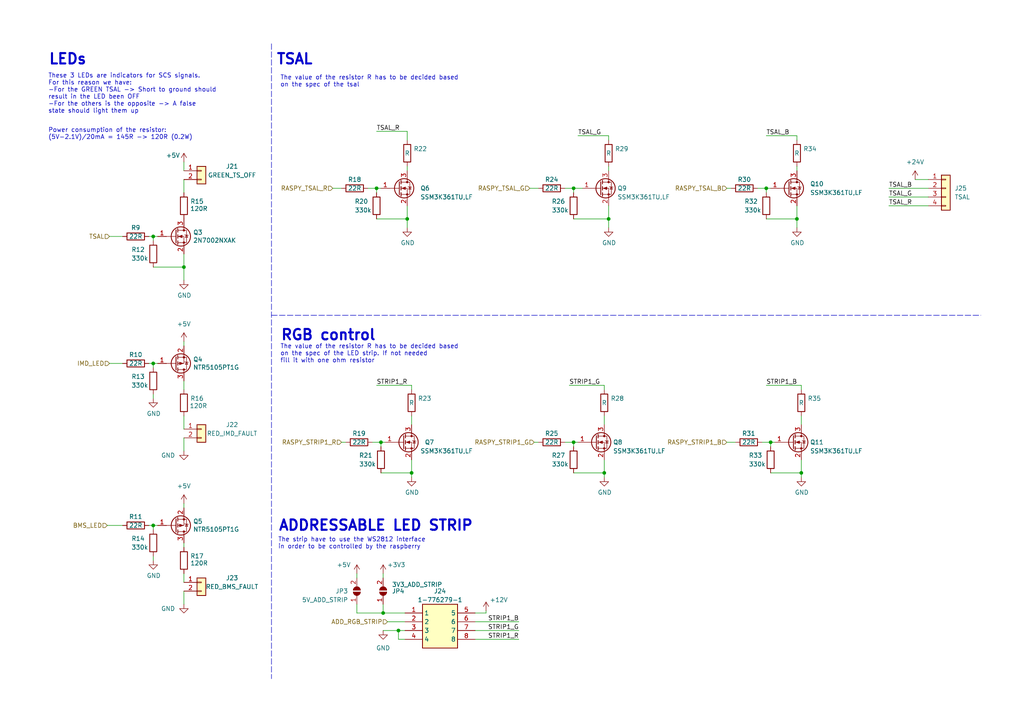
<source format=kicad_sch>
(kicad_sch (version 20211123) (generator eeschema)
  (paper "A4")
  (lib_symbols
    (symbol "00_proj-lib:1-776279-1"
      (property "Value" "1-776279-1" (at 9.525 3.81 0))
      (property "Reference_1" "J" (at 6.35 6.985 0))
      (property "Value_1" "1-776279-1" (at 3.175 5.08 0))
      (symbol "1-776279-1_1_1"
        (rectangle (start 5.08 2.54) (end 15.24 -10.16) (stroke (width 0.254)) (fill (type background)))
        (pin passive line (at 0 0 0) (length 5.08) (name "1") (number "1"))
        (pin passive line (at 0 -2.54 0) (length 5.08) (name "2") (number "2"))
        (pin passive line (at 0 -5.08 0) (length 5.08) (name "3") (number "3"))
        (pin passive line (at 0 -7.62 0) (length 5.08) (name "4") (number "4"))
        (pin passive line (at 20.32 0 180) (length 5.08) (name "5") (number "5"))
        (pin passive line (at 20.32 -2.54 180) (length 5.08) (name "6") (number "6"))
        (pin passive line (at 20.32 -5.08 180) (length 5.08) (name "7") (number "7"))
        (pin passive line (at 20.32 -7.62 180) (length 5.08) (name "8") (number "8"))
      )
    )
    (symbol "Connector_Generic:Conn_01x02" (pin_names (offset 1.016) hide)
      (property "Reference" "J" (at 0 2.54 0))
      (property "Value" "Conn_01x02" (at 0 -5.08 0))
      (symbol "Conn_01x02_1_1"
        (rectangle (start -1.27 -2.413) (end 0 -2.667) (stroke (width 0.1524)))
        (rectangle (start -1.27 0.127) (end 0 -0.127) (stroke (width 0.1524)))
        (rectangle (start -1.27 1.27) (end 1.27 -3.81) (stroke (width 0.254)) (fill (type background)))
        (pin passive line (at -5.08 0 0) (length 3.81) (name "Pin_1") (number "1"))
        (pin passive line (at -5.08 -2.54 0) (length 3.81) (name "Pin_2") (number "2"))
      )
    )
    (symbol "Connector_Generic:Conn_01x04" (pin_names (offset 1.016) hide)
      (property "Reference" "J" (at 0 5.08 0))
      (property "Value" "Conn_01x04" (at 0 -7.62 0))
      (symbol "Conn_01x04_1_1"
        (rectangle (start -1.27 -4.953) (end 0 -5.207) (stroke (width 0.1524)))
        (rectangle (start -1.27 -2.413) (end 0 -2.667) (stroke (width 0.1524)))
        (rectangle (start -1.27 0.127) (end 0 -0.127) (stroke (width 0.1524)))
        (rectangle (start -1.27 2.667) (end 0 2.413) (stroke (width 0.1524)))
        (rectangle (start -1.27 3.81) (end 1.27 -6.35) (stroke (width 0.254)) (fill (type background)))
        (pin passive line (at -5.08 2.54 0) (length 3.81) (name "Pin_1") (number "1"))
        (pin passive line (at -5.08 0 0) (length 3.81) (name "Pin_2") (number "2"))
        (pin passive line (at -5.08 -2.54 0) (length 3.81) (name "Pin_3") (number "3"))
        (pin passive line (at -5.08 -5.08 0) (length 3.81) (name "Pin_4") (number "4"))
      )
    )
    (symbol "Device:Q_NMOS_GSD" (pin_names (offset 0) hide)
      (property "Reference" "Q" (at 5.08 1.27 0))
      (property "Value" "Q_NMOS_GSD" (at 5.08 -1.27 0))
      (symbol "Q_NMOS_GSD_0_1"
        (polyline (pts (xy 0.254 0) (xy -2.54 0)))
        (polyline (pts (xy 0.254 1.905) (xy 0.254 -1.905)) (stroke (width 0.254)))
        (polyline (pts (xy 0.762 -1.27) (xy 0.762 -2.286)) (stroke (width 0.254)))
        (polyline (pts (xy 0.762 0.508) (xy 0.762 -0.508)) (stroke (width 0.254)))
        (polyline (pts (xy 0.762 2.286) (xy 0.762 1.27)) (stroke (width 0.254)))
        (polyline (pts (xy 2.54 2.54) (xy 2.54 1.778)))
        (polyline (pts (xy 2.54 -2.54) (xy 2.54 0) (xy 0.762 0)))
        (polyline (pts (xy 0.762 -1.778) (xy 3.302 -1.778) (xy 3.302 1.778) (xy 0.762 1.778)))
        (polyline (pts (xy 1.016 0) (xy 2.032 0.381) (xy 2.032 -0.381) (xy 1.016 0)) (fill (type outline)))
        (polyline (pts (xy 2.794 0.508) (xy 2.921 0.381) (xy 3.683 0.381) (xy 3.81 0.254)))
        (polyline (pts (xy 3.302 0.381) (xy 2.921 -0.254) (xy 3.683 -0.254) (xy 3.302 0.381)))
        (circle (center 1.651 0) (radius 2.794) (stroke (width 0.254)))
        (circle (center 2.54 -1.778) (radius 0.254) (fill (type outline)))
        (circle (center 2.54 1.778) (radius 0.254) (fill (type outline)))
      )
      (symbol "Q_NMOS_GSD_1_1"
        (pin input line (at -5.08 0 0) (length 2.54) (name "G") (number "1"))
        (pin passive line (at 2.54 -5.08 90) (length 2.54) (name "S") (number "2"))
        (pin passive line (at 2.54 5.08 270) (length 2.54) (name "D") (number "3"))
      )
    )
    (symbol "Device:Q_PMOS_GSD" (pin_names (offset 0) hide)
      (property "Reference" "Q" (at 5.08 1.27 0))
      (property "Value" "Q_PMOS_GSD" (at 5.08 -1.27 0))
      (symbol "Q_PMOS_GSD_0_1"
        (polyline (pts (xy 0.254 0) (xy -2.54 0)))
        (polyline (pts (xy 0.254 1.905) (xy 0.254 -1.905)) (stroke (width 0.254)))
        (polyline (pts (xy 0.762 -1.27) (xy 0.762 -2.286)) (stroke (width 0.254)))
        (polyline (pts (xy 0.762 0.508) (xy 0.762 -0.508)) (stroke (width 0.254)))
        (polyline (pts (xy 0.762 2.286) (xy 0.762 1.27)) (stroke (width 0.254)))
        (polyline (pts (xy 2.54 2.54) (xy 2.54 1.778)))
        (polyline (pts (xy 2.54 -2.54) (xy 2.54 0) (xy 0.762 0)))
        (polyline (pts (xy 0.762 1.778) (xy 3.302 1.778) (xy 3.302 -1.778) (xy 0.762 -1.778)))
        (polyline (pts (xy 2.286 0) (xy 1.27 0.381) (xy 1.27 -0.381) (xy 2.286 0)) (fill (type outline)))
        (polyline (pts (xy 2.794 -0.508) (xy 2.921 -0.381) (xy 3.683 -0.381) (xy 3.81 -0.254)))
        (polyline (pts (xy 3.302 -0.381) (xy 2.921 0.254) (xy 3.683 0.254) (xy 3.302 -0.381)))
        (circle (center 1.651 0) (radius 2.794) (stroke (width 0.254)))
        (circle (center 2.54 -1.778) (radius 0.254) (fill (type outline)))
        (circle (center 2.54 1.778) (radius 0.254) (fill (type outline)))
      )
      (symbol "Q_PMOS_GSD_1_1"
        (pin input line (at -5.08 0 0) (length 2.54) (name "G") (number "1"))
        (pin passive line (at 2.54 -5.08 90) (length 2.54) (name "S") (number "2"))
        (pin passive line (at 2.54 5.08 270) (length 2.54) (name "D") (number "3"))
      )
    )
    (symbol "Device:R" (pin_numbers hide) (pin_names (offset 0))
      (property "Reference" "R" (at 2.032 0 90))
      (property "Value" "R" (at 0 0 90))
      (symbol "R_0_1"
        (rectangle (start -1.016 -2.54) (end 1.016 2.54) (stroke (width 0.254)))
      )
      (symbol "R_1_1"
        (pin passive line (at 0 3.81 270) (length 1.27) (name "~") (number "1"))
        (pin passive line (at 0 -3.81 90) (length 1.27) (name "~") (number "2"))
      )
    )
    (symbol "Jumper:SolderJumper_2_Open" (pin_names (offset 0) hide)
      (property "Reference" "JP" (at 0 2.032 0))
      (property "Value" "SolderJumper_2_Open" (at 0 -2.54 0))
      (symbol "SolderJumper_2_Open_0_1"
        (arc (start -0.254 1.016) (mid -1.27 0) (end -0.254 -1.016))
        (arc (start -0.254 1.016) (mid -1.27 0) (end -0.254 -1.016) (fill (type outline)))
        (polyline (pts (xy -0.254 1.016) (xy -0.254 -1.016)))
        (polyline (pts (xy 0.254 1.016) (xy 0.254 -1.016)))
        (arc (start 0.254 -1.016) (mid 1.27 0) (end 0.254 1.016))
        (arc (start 0.254 -1.016) (mid 1.27 0) (end 0.254 1.016) (fill (type outline)))
      )
      (symbol "SolderJumper_2_Open_1_1"
        (pin passive line (at -3.81 0 0) (length 2.54) (name "A") (number "1"))
        (pin passive line (at 3.81 0 180) (length 2.54) (name "B") (number "2"))
      )
    )
    (symbol "power:+12V" (power) (pin_names (offset 0))
      (property "Value" "+12V" (at 0 3.556 0))
      (symbol "+12V_0_1"
        (polyline (pts (xy -0.762 1.27) (xy 0 2.54)))
        (polyline (pts (xy 0 0) (xy 0 2.54)))
        (polyline (pts (xy 0 2.54) (xy 0.762 1.27)))
      )
      (symbol "+12V_1_1"
        (pin power_in line (at 0 0 90) (length 0) hide (name "+12V") (number "1"))
      )
    )
    (symbol "power:+24V" (power) (pin_names (offset 0))
      (property "Value" "+24V" (at 0 3.556 0))
      (symbol "+24V_0_1"
        (polyline (pts (xy -0.762 1.27) (xy 0 2.54)))
        (polyline (pts (xy 0 0) (xy 0 2.54)))
        (polyline (pts (xy 0 2.54) (xy 0.762 1.27)))
      )
      (symbol "+24V_1_1"
        (pin power_in line (at 0 0 90) (length 0) hide (name "+24V") (number "1"))
      )
    )
    (symbol "power:+3V3" (power) (pin_names (offset 0))
      (property "Value" "+3V3" (at 0 3.556 0))
      (symbol "+3V3_0_1"
        (polyline (pts (xy -0.762 1.27) (xy 0 2.54)))
        (polyline (pts (xy 0 0) (xy 0 2.54)))
        (polyline (pts (xy 0 2.54) (xy 0.762 1.27)))
      )
      (symbol "+3V3_1_1"
        (pin power_in line (at 0 0 90) (length 0) hide (name "+3V3") (number "1"))
      )
    )
    (symbol "power:+5V" (power) (pin_names (offset 0))
      (property "Value" "+5V" (at 0 3.556 0))
      (symbol "+5V_0_1"
        (polyline (pts (xy -0.762 1.27) (xy 0 2.54)))
        (polyline (pts (xy 0 0) (xy 0 2.54)))
        (polyline (pts (xy 0 2.54) (xy 0.762 1.27)))
      )
      (symbol "+5V_1_1"
        (pin power_in line (at 0 0 90) (length 0) hide (name "+5V") (number "1"))
      )
    )
    (symbol "power:GND" (power) (pin_names (offset 0))
      (property "Value" "GND" (at 0 -3.81 0))
      (symbol "GND_0_1"
        (polyline (pts (xy 0 0) (xy 0 -1.27) (xy 1.27 -1.27) (xy 0 -2.54) (xy -1.27 -1.27) (xy 0 -1.27)))
      )
      (symbol "GND_1_1"
        (pin power_in line (at 0 0 270) (length 0) hide (name "GND") (number "1"))
      )
    )
  )
  (junction (at 109.22 54.61))
  (junction (at 175.26 137.16))
  (junction (at 222.25 54.61))
  (junction (at 118.11 63.5))
  (junction (at 44.45 105.41))
  (junction (at 231.14 63.5))
  (junction (at 110.49 128.27))
  (junction (at 44.45 68.58))
  (junction (at 119.38 137.16))
  (junction (at 223.52 128.27))
  (junction (at 53.34 77.47))
  (junction (at 111.125 177.8))
  (junction (at 44.45 152.4))
  (junction (at 115.57 182.88))
  (junction (at 166.37 128.27))
  (junction (at 176.53 63.5))
  (junction (at 232.41 137.16))
  (junction (at 166.37 54.61))
  (wire (pts (xy 53.34 52.07) (xy 53.34 55.88)))
  (wire (pts (xy 231.14 63.5) (xy 231.14 66.04)))
  (wire (pts (xy 154.94 128.27) (xy 156.21 128.27)))
  (wire (pts (xy 115.57 182.88) (xy 117.475 182.88)))
  (wire (pts (xy 210.82 54.61) (xy 212.09 54.61)))
  (wire (pts (xy 44.45 153.67) (xy 44.45 152.4)))
  (wire (pts (xy 153.67 54.61) (xy 156.21 54.61)))
  (wire (pts (xy 222.25 54.61) (xy 223.52 54.61)))
  (wire (pts (xy 210.82 128.27) (xy 213.36 128.27)))
  (wire (pts (xy 231.14 39.37) (xy 231.14 40.64)))
  (wire (pts (xy 175.26 137.16) (xy 175.26 138.43)))
  (wire (pts (xy 118.11 63.5) (xy 118.11 66.04)))
  (wire (pts (xy 118.11 59.69) (xy 118.11 63.5)))
  (wire (pts (xy 53.34 77.47) (xy 53.34 81.28)))
  (wire (pts (xy 119.38 137.16) (xy 119.38 138.43)))
  (wire (pts (xy 222.25 54.61) (xy 222.25 55.88)))
  (wire (pts (xy 220.98 128.27) (xy 223.52 128.27)))
  (wire (pts (xy 109.22 55.88) (xy 109.22 54.61)))
  (wire (pts (xy 257.81 57.15) (xy 269.24 57.15)))
  (wire (pts (xy 110.49 137.16) (xy 119.38 137.16)))
  (wire (pts (xy 103.505 177.8) (xy 111.125 177.8)))
  (wire (pts (xy 44.45 152.4) (xy 45.72 152.4)))
  (wire (pts (xy 44.45 68.58) (xy 45.72 68.58)))
  (wire (pts (xy 176.53 59.69) (xy 176.53 63.5)))
  (wire (pts (xy 175.26 111.76) (xy 175.26 113.03)))
  (wire (pts (xy 119.38 133.35) (xy 119.38 137.16)))
  (wire (pts (xy 223.52 129.54) (xy 223.52 128.27)))
  (wire (pts (xy 176.53 48.26) (xy 176.53 49.53)))
  (wire (pts (xy 107.95 128.27) (xy 110.49 128.27)))
  (wire (pts (xy 44.45 105.41) (xy 45.72 105.41)))
  (wire (pts (xy 53.34 73.66) (xy 53.34 77.47)))
  (wire (pts (xy 31.115 152.4) (xy 35.56 152.4)))
  (wire (pts (xy 103.505 166.37) (xy 103.505 167.64)))
  (wire (pts (xy 231.14 59.69) (xy 231.14 63.5)))
  (wire (pts (xy 223.52 137.16) (xy 232.41 137.16)))
  (wire (pts (xy 53.34 171.45) (xy 53.34 175.26)))
  (wire (pts (xy 43.18 68.58) (xy 44.45 68.58)))
  (wire (pts (xy 43.18 152.4) (xy 44.45 152.4)))
  (wire (pts (xy 222.25 63.5) (xy 231.14 63.5)))
  (wire (pts (xy 163.83 128.27) (xy 166.37 128.27)))
  (wire (pts (xy 265.43 52.07) (xy 269.24 52.07)))
  (wire (pts (xy 111.125 177.8) (xy 117.475 177.8)))
  (wire (pts (xy 111.125 166.37) (xy 111.125 167.64)))
  (wire (pts (xy 53.34 99.06) (xy 53.34 100.33)))
  (wire (pts (xy 222.25 111.76) (xy 232.41 111.76)))
  (wire (pts (xy 166.37 137.16) (xy 175.26 137.16)))
  (wire (pts (xy 96.52 54.61) (xy 99.06 54.61)))
  (wire (pts (xy 53.34 166.37) (xy 53.34 168.91)))
  (wire (pts (xy 44.45 162.56) (xy 44.45 161.29)))
  (wire (pts (xy 112.395 180.34) (xy 117.475 180.34)))
  (wire (pts (xy 31.75 68.58) (xy 35.56 68.58)))
  (wire (pts (xy 150.495 182.88) (xy 137.795 182.88)))
  (wire (pts (xy 119.38 111.76) (xy 119.38 113.03)))
  (wire (pts (xy 99.06 128.27) (xy 100.33 128.27)))
  (wire (pts (xy 118.11 48.26) (xy 118.11 49.53)))
  (wire (pts (xy 140.97 177.8) (xy 137.795 177.8)))
  (wire (pts (xy 109.22 38.1) (xy 118.11 38.1)))
  (wire (pts (xy 110.49 128.27) (xy 110.49 129.54)))
  (wire (pts (xy 103.505 175.26) (xy 103.505 177.8)))
  (wire (pts (xy 53.34 46.99) (xy 53.34 49.53)))
  (wire (pts (xy 53.34 120.65) (xy 53.34 124.46)))
  (wire (pts (xy 166.37 129.54) (xy 166.37 128.27)))
  (wire (pts (xy 117.475 185.42) (xy 115.57 185.42)))
  (wire (pts (xy 53.34 146.05) (xy 53.34 147.32)))
  (wire (pts (xy 166.37 54.61) (xy 168.91 54.61)))
  (wire (pts (xy 222.25 39.37) (xy 231.14 39.37)))
  (wire (pts (xy 53.34 110.49) (xy 53.34 113.03)))
  (wire (pts (xy 111.125 182.88) (xy 115.57 182.88)))
  (wire (pts (xy 163.83 54.61) (xy 166.37 54.61)))
  (wire (pts (xy 166.37 55.88) (xy 166.37 54.61)))
  (polyline (pts (xy 78.74 91.44) (xy 284.48 91.44)))
  (wire (pts (xy 140.97 177.165) (xy 140.97 177.8)))
  (wire (pts (xy 165.1 111.76) (xy 175.26 111.76)))
  (wire (pts (xy 167.64 39.37) (xy 176.53 39.37)))
  (wire (pts (xy 231.14 48.26) (xy 231.14 49.53)))
  (wire (pts (xy 44.45 69.85) (xy 44.45 68.58)))
  (polyline (pts (xy 78.74 12.7) (xy 78.74 196.85)))
  (wire (pts (xy 109.22 63.5) (xy 118.11 63.5)))
  (wire (pts (xy 44.45 115.57) (xy 44.45 114.3)))
  (wire (pts (xy 109.22 111.76) (xy 119.38 111.76)))
  (wire (pts (xy 232.41 133.35) (xy 232.41 137.16)))
  (wire (pts (xy 257.81 54.61) (xy 269.24 54.61)))
  (wire (pts (xy 166.37 128.27) (xy 167.64 128.27)))
  (wire (pts (xy 175.26 133.35) (xy 175.26 137.16)))
  (wire (pts (xy 43.18 105.41) (xy 44.45 105.41)))
  (wire (pts (xy 110.49 128.27) (xy 111.76 128.27)))
  (wire (pts (xy 219.71 54.61) (xy 222.25 54.61)))
  (wire (pts (xy 232.41 137.16) (xy 232.41 138.43)))
  (wire (pts (xy 118.11 38.1) (xy 118.11 40.64)))
  (wire (pts (xy 111.125 175.26) (xy 111.125 177.8)))
  (wire (pts (xy 109.22 54.61) (xy 110.49 54.61)))
  (wire (pts (xy 176.53 63.5) (xy 176.53 66.04)))
  (wire (pts (xy 232.41 111.76) (xy 232.41 113.03)))
  (wire (pts (xy 53.34 127) (xy 53.34 130.81)))
  (wire (pts (xy 44.45 77.47) (xy 53.34 77.47)))
  (wire (pts (xy 31.75 105.41) (xy 35.56 105.41)))
  (wire (pts (xy 115.57 185.42) (xy 115.57 182.88)))
  (wire (pts (xy 119.38 120.65) (xy 119.38 123.19)))
  (wire (pts (xy 175.26 120.65) (xy 175.26 123.19)))
  (wire (pts (xy 232.41 120.65) (xy 232.41 123.19)))
  (wire (pts (xy 53.34 157.48) (xy 53.34 158.75)))
  (wire (pts (xy 150.495 180.34) (xy 137.795 180.34)))
  (wire (pts (xy 150.495 185.42) (xy 137.795 185.42)))
  (wire (pts (xy 166.37 63.5) (xy 176.53 63.5)))
  (wire (pts (xy 44.45 106.68) (xy 44.45 105.41)))
  (wire (pts (xy 176.53 39.37) (xy 176.53 40.64)))
  (wire (pts (xy 257.81 59.69) (xy 269.24 59.69)))
  (wire (pts (xy 223.52 128.27) (xy 224.79 128.27)))
  (wire (pts (xy 106.68 54.61) (xy 109.22 54.61)))
  (text "ADDRESSABLE LED STRIP" (at 80.645 154.305 0) (effects (font (size 2.9972 2.9972) (thickness 0.5994) bold) (justify left bottom)))
  (text "These 3 LEDs are indicators for SCS signals.\nFor this reason we have:\n-For the GREEN TSAL -> Short to ground should \nresult in the LED been OFF\n-For the others is the opposite -> A false \nstate should light them up" (at 13.97 33.02 0) (effects (font (size 1.27 1.27)) (justify left bottom)))
  (text "RGB control" (at 81.28 99.06 0) (effects (font (size 2.9972 2.9972) (thickness 0.5994) bold) (justify left bottom)))
  (text "LEDs" (at 13.97 19.05 0) (effects (font (size 2.9972 2.9972) (thickness 0.5994) bold) (justify left bottom)))
  (text "TSAL" (at 80.01 19.05 0) (effects (font (size 2.9972 2.9972) (thickness 0.5994) bold) (justify left bottom)))
  (text "Power consumption of the resistor:\n(5V-2.1V)/20mA = 145R -> 120R (0.2W)" (at 13.97 40.64 0) (effects (font (size 1.27 1.27)) (justify left bottom)))
  (text "The value of the resistor R has to be decided based\non the spec of the LED strip. If not needed\nfill it with one ohm resistor" (at 81.28 105.41 0) (effects (font (size 1.27 1.27)) (justify left bottom)))
  (text "The value of the resistor R has to be decided based\non the spec of the tsal" (at 81.28 25.4 0) (effects (font (size 1.27 1.27)) (justify left bottom)))
  (text "The strip have to use the WS2812 interface\nin order to be controlled by the raspberry" (at 80.645 159.385 0) (effects (font (size 1.27 1.27)) (justify left bottom)))
  (label "TSAL_G" (at 167.64 39.37 0))
  (label "STRIP1_R" (at 150.495 185.42 180))
  (label "TSAL_B" (at 257.81 54.61 0))
  (label "STRIP1_B" (at 222.25 111.76 0))
  (label "STRIP1_B" (at 150.495 180.34 180))
  (label "STRIP1_G" (at 150.495 182.88 180))
  (label "TSAL_G" (at 257.81 57.15 0))
  (label "TSAL_R" (at 109.22 38.1 0))
  (label "STRIP1_R" (at 109.22 111.76 0))
  (label "TSAL_B" (at 222.25 39.37 0))
  (label "STRIP1_G" (at 165.1 111.76 0))
  (label "TSAL_R" (at 257.81 59.69 0))
  (hierarchical_label "ADD_RGB_STRIP" (shape input) (at 112.395 180.34 180))
  (hierarchical_label "RASPY_STRIP1_B" (shape input) (at 210.82 128.27 180))
  (hierarchical_label "RASPY_TSAL_B" (shape input) (at 210.82 54.61 180))
  (hierarchical_label "RASPY_TSAL_R" (shape input) (at 96.52 54.61 180))
  (hierarchical_label "RASPY_TSAL_G" (shape input) (at 153.67 54.61 180))
  (hierarchical_label "RASPY_STRIP1_G" (shape input) (at 154.94 128.27 180))
  (hierarchical_label "IMD_LED" (shape input) (at 31.75 105.41 180))
  (hierarchical_label "RASPY_STRIP1_R" (shape input) (at 99.06 128.27 180))
  (hierarchical_label "TSAL" (shape input) (at 31.75 68.58 180))
  (hierarchical_label "BMS_LED" (shape input) (at 31.115 152.4 180))
  (symbol (lib_id "Device:Q_PMOS_GSD") (at 50.8 152.4 0) (mirror x) (unit 1)
    (property "Reference" "Q5" (at 56.007 151.2316 0) (effects (justify left)))
    (property "Value" "NTR5105PT1G" (at 56.007 153.543 0) (effects (justify left)))
    (property "Footprint" "Package_TO_SOT_SMD:SOT-23" (effects hide))
    (property "Datasheet" "datasheets/NTR5105P_D-2319014.pdf" (effects hide))
  )
  (symbol (lib_id "power:GND") (at 53.34 130.81 0) (mirror y) (unit 1)
    (property "Reference" "#PWR065" (effects hide))
    (property "Value" "GND" (at 50.8 132.0799 0) (effects (justify left)))
  )
  (symbol (lib_id "Device:Q_NMOS_GSD") (at 229.87 128.27 0) (unit 1)
    (property "Reference" "Q11" (at 234.95 128.27 0) (effects (justify left)))
    (property "Value" "SSM3K361TU,LF" (at 234.95 130.81 0) (effects (justify left)))
    (property "Footprint" "00_proj-lib:SOTFL65P210X75-3N" (effects hide))
    (property "Height" "0.75" (effects hide))
    (property "Mouser Part Number" "757-SSM3K361TULF" (effects hide))
    (property "Mouser Price/Stock" "https://www.mouser.co.uk/ProductDetail/Toshiba/SSM3K361TULF?qs=r5DSvlrkXmLO9ymRQhnt0A%3D%3D" (effects hide))
    (property "Manufacturer_Name" "Toshiba" (effects hide))
    (property "Manufacturer_Part_Number" "SSM3K361TU,LF" (effects hide))
  )
  (symbol (lib_id "Device:Q_NMOS_GSD") (at 172.72 128.27 0) (unit 1)
    (property "Reference" "Q8" (at 177.8 128.27 0) (effects (justify left)))
    (property "Value" "SSM3K361TU,LF" (at 177.8 130.81 0) (effects (justify left)))
    (property "Footprint" "00_proj-lib:SOTFL65P210X75-3N" (effects hide))
    (property "Height" "0.75" (effects hide))
    (property "Mouser Part Number" "757-SSM3K361TULF" (effects hide))
    (property "Mouser Price/Stock" "https://www.mouser.co.uk/ProductDetail/Toshiba/SSM3K361TULF?qs=r5DSvlrkXmLO9ymRQhnt0A%3D%3D" (effects hide))
    (property "Manufacturer_Name" "Toshiba" (effects hide))
    (property "Manufacturer_Part_Number" "SSM3K361TU,LF" (effects hide))
  )
  (symbol (lib_id "Device:R") (at 160.02 54.61 270) (unit 1)
    (property "Reference" "R24" (at 160.02 52.07 90))
    (property "Value" "22R" (at 160.02 54.61 90))
    (property "Footprint" "Resistor_SMD:R_0603_1608Metric" (effects hide))
  )
  (symbol (lib_id "power:GND") (at 176.53 66.04 0) (unit 1)
    (property "Reference" "#PWR071" (effects hide))
    (property "Value" "GND" (at 176.657 70.4342 0))
  )
  (symbol (lib_id "power:+5V") (at 53.34 46.99 0) (unit 1)
    (property "Reference" "#PWR062" (effects hide))
    (property "Value" "+5V" (at 50.165 45.085 0))
  )
  (symbol (lib_id "Device:R") (at 53.34 59.69 180) (unit 1)
    (property "Reference" "R15" (at 57.15 58.42 0))
    (property "Value" "120R" (at 57.7039 60.52 0))
    (property "Footprint" "Resistor_SMD:R_0603_1608Metric" (effects hide))
  )
  (symbol (lib_id "power:GND") (at 53.34 81.28 0) (unit 1)
    (property "Reference" "#PWR063" (effects hide))
    (property "Value" "GND" (at 53.467 85.6742 0))
  )
  (symbol (lib_id "Device:R") (at 232.41 116.84 180) (unit 1)
    (property "Reference" "R35" (at 236.22 115.57 0))
    (property "Value" "R" (at 232.41 116.84 0))
    (property "Footprint" "Resistor_SMD:R_0805_2012Metric" (effects hide))
  )
  (symbol (lib_id "Device:R") (at 44.45 73.66 0) (unit 1)
    (property "Reference" "R12" (at 38.1 72.39 0) (effects (justify left)))
    (property "Value" "330k" (at 38.1 74.93 0) (effects (justify left)))
    (property "Footprint" "Resistor_SMD:R_0603_1608Metric" (effects hide))
  )
  (symbol (lib_id "Device:R") (at 175.26 116.84 180) (unit 1)
    (property "Reference" "R28" (at 179.07 115.57 0))
    (property "Value" "R" (at 175.26 116.84 0))
    (property "Footprint" "Resistor_SMD:R_0805_2012Metric" (effects hide))
  )
  (symbol (lib_id "Device:Q_NMOS_GSD") (at 228.6 54.61 0) (unit 1)
    (property "Reference" "Q10" (at 234.95 53.34 0) (effects (justify left)))
    (property "Value" "SSM3K361TU,LF" (at 234.95 55.88 0) (effects (justify left)))
    (property "Footprint" "00_proj-lib:SOTFL65P210X75-3N" (effects hide))
    (property "Height" "0.75" (effects hide))
    (property "Mouser Part Number" "757-SSM3K361TULF" (effects hide))
    (property "Mouser Price/Stock" "https://www.mouser.co.uk/ProductDetail/Toshiba/SSM3K361TULF?qs=r5DSvlrkXmLO9ymRQhnt0A%3D%3D" (effects hide))
    (property "Manufacturer_Name" "Toshiba" (effects hide))
    (property "Manufacturer_Part_Number" "SSM3K361TU,LF" (effects hide))
  )
  (symbol (lib_id "Device:R") (at 217.17 128.27 270) (unit 1)
    (property "Reference" "R31" (at 217.17 125.73 90))
    (property "Value" "22R" (at 217.17 128.27 90))
    (property "Footprint" "Resistor_SMD:R_0603_1608Metric" (effects hide))
  )
  (symbol (lib_id "power:+5V") (at 103.505 166.37 0) (unit 1)
    (property "Reference" "#PWR0129" (effects hide))
    (property "Value" "+5V" (at 99.695 163.83 0))
  )
  (symbol (lib_id "Jumper:SolderJumper_2_Open") (at 103.505 171.45 270) (mirror x) (unit 1)
    (property "Reference" "JP3" (at 100.965 171.45 90) (effects (justify right)))
    (property "Value" "5V_ADD_STRIP" (at 100.965 173.99 90) (effects (justify right)))
    (property "Footprint" "Jumper:SolderJumper-2_P1.3mm_Open_RoundedPad1.0x1.5mm" (effects hide))
  )
  (symbol (lib_id "Device:R") (at 215.9 54.61 270) (unit 1)
    (property "Reference" "R30" (at 215.9 52.07 90))
    (property "Value" "22R" (at 215.9 54.61 90))
    (property "Footprint" "Resistor_SMD:R_0603_1608Metric" (effects hide))
  )
  (symbol (lib_id "Device:Q_NMOS_GSD") (at 173.99 54.61 0) (unit 1)
    (property "Reference" "Q9" (at 179.07 54.61 0) (effects (justify left)))
    (property "Value" "SSM3K361TU,LF" (at 179.07 57.15 0) (effects (justify left)))
    (property "Footprint" "00_proj-lib:SOTFL65P210X75-3N" (effects hide))
    (property "Height" "0.75" (effects hide))
    (property "Mouser Part Number" "757-SSM3K361TULF" (effects hide))
    (property "Mouser Price/Stock" "https://www.mouser.co.uk/ProductDetail/Toshiba/SSM3K361TULF?qs=r5DSvlrkXmLO9ymRQhnt0A%3D%3D" (effects hide))
    (property "Manufacturer_Name" "Toshiba" (effects hide))
    (property "Manufacturer_Part_Number" "SSM3K361TU,LF" (effects hide))
  )
  (symbol (lib_id "power:GND") (at 111.125 182.88 0) (unit 1)
    (property "Reference" "#PWR0128" (effects hide))
    (property "Value" "GND" (at 111.125 187.96 0))
  )
  (symbol (lib_id "power:GND") (at 231.14 66.04 0) (unit 1)
    (property "Reference" "#PWR072" (effects hide))
    (property "Value" "GND" (at 231.267 70.4342 0))
  )
  (symbol (lib_id "00_proj-lib:1-776279-1") (at 117.475 177.8 0) (unit 1)
    (property "Reference" "J24" (at 127.635 171.45 0))
    (property "Value" "1-776279-1" (at 127.635 173.99 0))
    (property "Footprint" "Eagle_Connectors:17762791" (effects hide))
    (property "Datasheet" "https://www.mouser.co.uk/ProductDetail/TE-Connectivity/1-776279-1?qs=tLAa1RwIH6fAW8GUe6Xfuw%3D%3D" (effects hide))
    (property "Height" "32.1" (effects hide))
    (property "Mouser Part Number" "571-1-776279-1" (effects hide))
    (property "Manufacturer_Name" "TE Connectivity" (effects hide))
    (property "Manufacturer_Part_Number" "1-776279-1" (effects hide))
  )
  (symbol (lib_id "power:GND") (at 44.45 162.56 0) (unit 1)
    (property "Reference" "#PWR061" (effects hide))
    (property "Value" "GND" (at 44.577 166.9542 0))
  )
  (symbol (lib_id "Device:R") (at 231.14 44.45 180) (unit 1)
    (property "Reference" "R34" (at 234.95 43.18 0))
    (property "Value" "R" (at 231.14 44.45 0))
    (property "Footprint" "Resistor_SMD:R_0805_2012Metric" (effects hide))
  )
  (symbol (lib_id "Device:R") (at 119.38 116.84 180) (unit 1)
    (property "Reference" "R23" (at 123.19 115.57 0))
    (property "Value" "R" (at 119.38 116.84 0))
    (property "Footprint" "Resistor_SMD:R_0805_2012Metric" (effects hide))
  )
  (symbol (lib_id "power:+12V") (at 140.97 177.165 0) (mirror y) (unit 1)
    (property "Reference" "#PWR074" (effects hide))
    (property "Value" "+12V" (at 147.32 173.99 0) (effects (justify left)))
  )
  (symbol (lib_id "power:GND") (at 44.45 115.57 0) (unit 1)
    (property "Reference" "#PWR060" (effects hide))
    (property "Value" "GND" (at 44.577 119.9642 0))
  )
  (symbol (lib_id "Device:R") (at 166.37 59.69 0) (unit 1)
    (property "Reference" "R26" (at 160.02 58.42 0) (effects (justify left)))
    (property "Value" "330k" (at 160.02 60.96 0) (effects (justify left)))
    (property "Footprint" "Resistor_SMD:R_0603_1608Metric" (effects hide))
  )
  (symbol (lib_id "power:+5V") (at 53.34 99.06 0) (unit 1)
    (property "Reference" "#PWR064" (effects hide))
    (property "Value" "+5V" (at 53.34 93.98 0))
  )
  (symbol (lib_id "Device:Q_NMOS_GSD") (at 115.57 54.61 0) (unit 1)
    (property "Reference" "Q6" (at 121.92 54.61 0) (effects (justify left)))
    (property "Value" "SSM3K361TU,LF" (at 121.92 57.15 0) (effects (justify left)))
    (property "Footprint" "00_proj-lib:SOTFL65P210X75-3N" (effects hide))
    (property "Height" "0.75" (effects hide))
    (property "Mouser Part Number" "757-SSM3K361TULF" (effects hide))
    (property "Mouser Price/Stock" "https://www.mouser.co.uk/ProductDetail/Toshiba/SSM3K361TULF?qs=r5DSvlrkXmLO9ymRQhnt0A%3D%3D" (effects hide))
    (property "Manufacturer_Name" "Toshiba" (effects hide))
    (property "Manufacturer_Part_Number" "SSM3K361TU,LF" (effects hide))
  )
  (symbol (lib_id "Device:R") (at 53.34 162.56 0) (unit 1)
    (property "Reference" "R17" (at 57.15 161.29 0))
    (property "Value" "120R" (at 57.7557 163.334 0))
    (property "Footprint" "Resistor_SMD:R_0603_1608Metric" (effects hide))
  )
  (symbol (lib_id "Device:Q_NMOS_GSD") (at 116.84 128.27 0) (unit 1)
    (property "Reference" "Q7" (at 123.19 128.27 0) (effects (justify left)))
    (property "Value" "SSM3K361TU,LF" (at 121.92 130.81 0) (effects (justify left)))
    (property "Footprint" "00_proj-lib:SOTFL65P210X75-3N" (effects hide))
    (property "Height" "0.75" (effects hide))
    (property "Mouser Part Number" "757-SSM3K361TULF" (effects hide))
    (property "Mouser Price/Stock" "https://www.mouser.co.uk/ProductDetail/Toshiba/SSM3K361TULF?qs=r5DSvlrkXmLO9ymRQhnt0A%3D%3D" (effects hide))
    (property "Manufacturer_Name" "Toshiba" (effects hide))
    (property "Manufacturer_Part_Number" "SSM3K361TU,LF" (effects hide))
  )
  (symbol (lib_id "Device:R") (at 44.45 157.48 0) (unit 1)
    (property "Reference" "R14" (at 38.1 156.21 0) (effects (justify left)))
    (property "Value" "330k" (at 38.1 158.75 0) (effects (justify left)))
    (property "Footprint" "Resistor_SMD:R_0603_1608Metric" (effects hide))
  )
  (symbol (lib_id "power:GND") (at 175.26 138.43 0) (unit 1)
    (property "Reference" "#PWR070" (effects hide))
    (property "Value" "GND" (at 175.387 142.8242 0))
  )
  (symbol (lib_id "Device:R") (at 39.37 105.41 90) (unit 1)
    (property "Reference" "R10" (at 39.37 102.87 90))
    (property "Value" "22R" (at 39.37 105.41 90))
    (property "Footprint" "Resistor_SMD:R_0603_1608Metric" (effects hide))
  )
  (symbol (lib_id "Device:R") (at 39.37 152.4 90) (unit 1)
    (property "Reference" "R11" (at 39.37 149.86 90))
    (property "Value" "22R" (at 39.37 152.4 90))
    (property "Footprint" "Resistor_SMD:R_0603_1608Metric" (effects hide))
  )
  (symbol (lib_id "Device:R") (at 44.45 110.49 0) (unit 1)
    (property "Reference" "R13" (at 38.1 109.22 0) (effects (justify left)))
    (property "Value" "330k" (at 38.1 111.76 0) (effects (justify left)))
    (property "Footprint" "Resistor_SMD:R_0603_1608Metric" (effects hide))
  )
  (symbol (lib_id "power:+3V3") (at 111.125 166.37 0) (unit 1)
    (property "Reference" "#PWR0130" (effects hide))
    (property "Value" "+3V3" (at 114.935 163.83 0))
  )
  (symbol (lib_id "power:+24V") (at 265.43 52.07 0) (unit 1)
    (property "Reference" "#PWR075" (effects hide))
    (property "Value" "+24V" (at 265.43 46.99 0))
  )
  (symbol (lib_id "Device:R") (at 104.14 128.27 270) (unit 1)
    (property "Reference" "R19" (at 104.14 125.73 90))
    (property "Value" "22R" (at 104.14 128.27 90))
    (property "Footprint" "Resistor_SMD:R_0603_1608Metric" (effects hide))
  )
  (symbol (lib_id "power:+5V") (at 53.34 146.05 0) (unit 1)
    (property "Reference" "#PWR066" (effects hide))
    (property "Value" "+5V" (at 53.34 140.97 0))
  )
  (symbol (lib_id "Device:R") (at 39.37 68.58 90) (unit 1)
    (property "Reference" "R9" (at 39.37 66.04 90))
    (property "Value" "22R" (at 39.37 68.58 90))
    (property "Footprint" "Resistor_SMD:R_0603_1608Metric" (effects hide))
  )
  (symbol (lib_id "power:GND") (at 119.38 138.43 0) (unit 1)
    (property "Reference" "#PWR069" (effects hide))
    (property "Value" "GND" (at 119.507 142.8242 0))
  )
  (symbol (lib_id "Device:R") (at 166.37 133.35 0) (unit 1)
    (property "Reference" "R27" (at 160.02 132.08 0) (effects (justify left)))
    (property "Value" "330k" (at 160.02 134.62 0) (effects (justify left)))
    (property "Footprint" "Resistor_SMD:R_0603_1608Metric" (effects hide))
  )
  (symbol (lib_id "Device:Q_NMOS_GSD") (at 50.8 68.58 0) (unit 1)
    (property "Reference" "Q3" (at 56.007 67.4116 0) (effects (justify left)))
    (property "Value" "2N7002NXAK" (at 56.007 69.723 0) (effects (justify left)))
    (property "Footprint" "Package_TO_SOT_SMD:SOT-23" (effects hide))
    (property "Datasheet" "datasheets/2N7002NXAK.pdf" (effects hide))
  )
  (symbol (lib_id "Device:R") (at 176.53 44.45 180) (unit 1)
    (property "Reference" "R29" (at 180.34 43.18 0))
    (property "Value" "R" (at 176.53 44.45 0))
    (property "Footprint" "Resistor_SMD:R_0805_2012Metric" (effects hide))
  )
  (symbol (lib_id "Device:R") (at 223.52 133.35 0) (unit 1)
    (property "Reference" "R33" (at 217.17 132.08 0) (effects (justify left)))
    (property "Value" "330k" (at 217.17 134.62 0) (effects (justify left)))
    (property "Footprint" "Resistor_SMD:R_0603_1608Metric" (effects hide))
  )
  (symbol (lib_id "Connector_Generic:Conn_01x02") (at 58.42 49.53 0) (unit 1)
    (property "Reference" "J21" (at 67.31 48.26 0))
    (property "Value" "GREEN_TS_OFF" (at 67.31 50.8 0))
    (property "Footprint" "Connector_Molex:Molex_Micro-Fit_3.0_43650-0215_1x02_P3.00mm_Vertical" (effects hide))
  )
  (symbol (lib_id "Device:R") (at 53.34 116.84 0) (unit 1)
    (property "Reference" "R16" (at 57.15 115.57 0))
    (property "Value" "120R" (at 57.5485 117.7128 0))
    (property "Footprint" "Resistor_SMD:R_0603_1608Metric" (effects hide))
  )
  (symbol (lib_id "Device:R") (at 222.25 59.69 0) (unit 1)
    (property "Reference" "R32" (at 215.9 58.42 0) (effects (justify left)))
    (property "Value" "330k" (at 215.9 60.96 0) (effects (justify left)))
    (property "Footprint" "Resistor_SMD:R_0603_1608Metric" (effects hide))
  )
  (symbol (lib_id "Device:R") (at 118.11 44.45 180) (unit 1)
    (property "Reference" "R22" (at 121.92 43.18 0))
    (property "Value" "R" (at 118.11 44.45 0))
    (property "Footprint" "Resistor_SMD:R_0805_2012Metric" (effects hide))
  )
  (symbol (lib_id "Device:R") (at 109.22 59.69 0) (unit 1)
    (property "Reference" "R20" (at 102.87 58.42 0) (effects (justify left)))
    (property "Value" "330k" (at 102.87 60.96 0) (effects (justify left)))
    (property "Footprint" "Resistor_SMD:R_0603_1608Metric" (effects hide))
  )
  (symbol (lib_id "Device:R") (at 110.49 133.35 0) (unit 1)
    (property "Reference" "R21" (at 104.14 132.08 0) (effects (justify left)))
    (property "Value" "330k" (at 104.14 134.62 0) (effects (justify left)))
    (property "Footprint" "Resistor_SMD:R_0603_1608Metric" (effects hide))
  )
  (symbol (lib_id "Jumper:SolderJumper_2_Open") (at 111.125 171.45 90) (unit 1)
    (property "Reference" "JP4" (at 113.665 171.45 90) (effects (justify right)))
    (property "Value" "3V3_ADD_STRIP" (at 113.665 169.545 90) (effects (justify right)))
    (property "Footprint" "Jumper:SolderJumper-2_P1.3mm_Open_RoundedPad1.0x1.5mm" (effects hide))
  )
  (symbol (lib_id "Connector_Generic:Conn_01x04") (at 274.32 54.61 0) (unit 1)
    (property "Reference" "J25" (at 276.86 54.6099 0) (effects (justify left)))
    (property "Value" "TSAL" (at 276.86 57.1499 0) (effects (justify left)))
    (property "Footprint" "Connector_Molex:Molex_Micro-Fit_3.0_43650-0415_1x04_P3.00mm_Vertical" (effects hide))
  )
  (symbol (lib_id "Device:Q_PMOS_GSD") (at 50.8 105.41 0) (mirror x) (unit 1)
    (property "Reference" "Q4" (at 56.007 104.2416 0) (effects (justify left)))
    (property "Value" "NTR5105PT1G" (at 56.007 106.553 0) (effects (justify left)))
    (property "Footprint" "Package_TO_SOT_SMD:SOT-23" (effects hide))
    (property "Datasheet" "datasheets/NTR5105P_D-2319014.pdf" (effects hide))
  )
  (symbol (lib_id "Device:R") (at 160.02 128.27 270) (unit 1)
    (property "Reference" "R25" (at 160.02 125.73 90))
    (property "Value" "22R" (at 160.02 128.27 90))
    (property "Footprint" "Resistor_SMD:R_0603_1608Metric" (effects hide))
  )
  (symbol (lib_id "Connector_Generic:Conn_01x02") (at 58.42 124.46 0) (unit 1)
    (property "Reference" "J22" (at 67.31 123.19 0))
    (property "Value" "RED_IMD_FAULT" (at 67.31 125.73 0))
    (property "Footprint" "Connector_Molex:Molex_Micro-Fit_3.0_43650-0215_1x02_P3.00mm_Vertical" (effects hide))
  )
  (symbol (lib_id "Device:R") (at 102.87 54.61 270) (unit 1)
    (property "Reference" "R18" (at 102.87 52.07 90))
    (property "Value" "22R" (at 102.87 54.61 90))
    (property "Footprint" "Resistor_SMD:R_0603_1608Metric" (effects hide))
  )
  (symbol (lib_id "Connector_Generic:Conn_01x02") (at 58.42 168.91 0) (unit 1)
    (property "Reference" "J23" (at 67.31 167.64 0))
    (property "Value" "RED_BMS_FAULT" (at 67.31 170.18 0))
    (property "Footprint" "Connector_Molex:Molex_Micro-Fit_3.0_43650-0215_1x02_P3.00mm_Vertical" (effects hide))
  )
  (symbol (lib_id "power:GND") (at 118.11 66.04 0) (unit 1)
    (property "Reference" "#PWR068" (effects hide))
    (property "Value" "GND" (at 118.237 70.4342 0))
  )
  (symbol (lib_id "power:GND") (at 232.41 138.43 0) (unit 1)
    (property "Reference" "#PWR073" (effects hide))
    (property "Value" "GND" (at 232.537 142.8242 0))
  )
  (symbol (lib_id "power:GND") (at 53.34 175.26 0) (mirror y) (unit 1)
    (property "Reference" "#PWR067" (effects hide))
    (property "Value" "GND" (at 50.8 176.5299 0) (effects (justify left)))
  )
)
</source>
